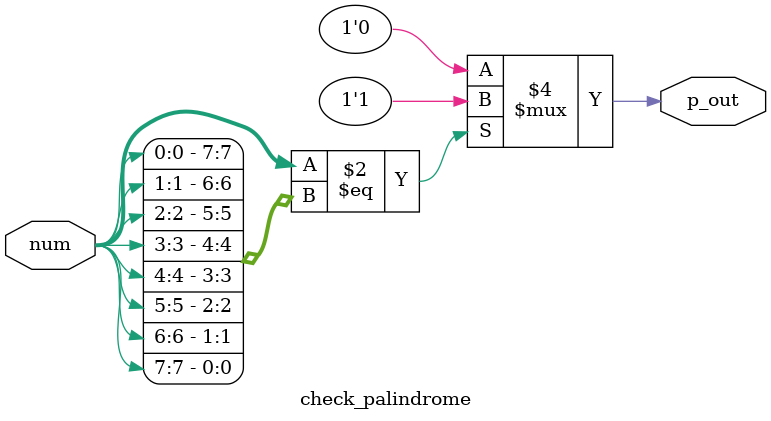
<source format=v>
module check_palindrome(
  input [7:0]num,
  output reg p_out
);
  always@(*)
    begin
      if(num=={num[0],num[1],num[2],num[3],num[4],num[5],num[6],num[7]})
        p_out=1;
      else
        p_out=0;
    end
endmodule
</source>
